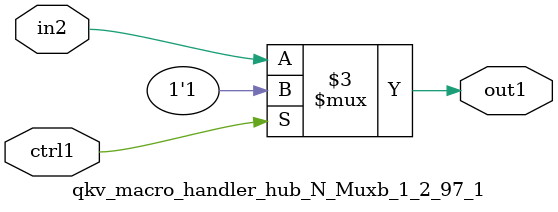
<source format=v>

`timescale 1ps / 1ps


module qkv_macro_handler_hub_N_Muxb_1_2_97_1( in2, ctrl1, out1 );

    input in2;
    input ctrl1;
    output out1;
    reg out1;

    
    // rtl_process:qkv_macro_handler_hub_N_Muxb_1_2_97_1/qkv_macro_handler_hub_N_Muxb_1_2_97_1_thread_1
    always @*
      begin : qkv_macro_handler_hub_N_Muxb_1_2_97_1_thread_1
        case (ctrl1) 
          1'b1: 
            begin
              out1 = 1'b1;
            end
          default: 
            begin
              out1 = in2;
            end
        endcase
      end

endmodule



</source>
